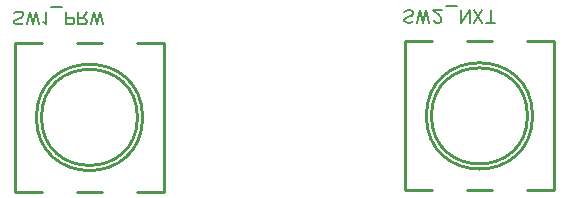
<source format=gbo>
G04 Layer: BottomSilkscreenLayer*
G04 EasyEDA v6.5.22, 2022-12-04 20:31:14*
G04 182cb613c9664d73b7f9de34f776aa3b,1ae14fa7f5aa486887b2aa5280da83c0,10*
G04 Gerber Generator version 0.2*
G04 Scale: 100 percent, Rotated: No, Reflected: No *
G04 Dimensions in millimeters *
G04 leading zeros omitted , absolute positions ,4 integer and 5 decimal *
%FSLAX45Y45*%
%MOMM*%

%ADD10C,0.1524*%
%ADD11C,0.2540*%

%LPD*%
D10*
X6295735Y8548946D02*
G01*
X6285344Y8538555D01*
X6269758Y8533361D01*
X6248976Y8533361D01*
X6233391Y8538555D01*
X6223000Y8548946D01*
X6223000Y8559337D01*
X6228194Y8569728D01*
X6233391Y8574925D01*
X6243782Y8580120D01*
X6274955Y8590511D01*
X6285344Y8595705D01*
X6290541Y8600902D01*
X6295735Y8611293D01*
X6295735Y8626878D01*
X6285344Y8637270D01*
X6269758Y8642464D01*
X6248976Y8642464D01*
X6233391Y8637270D01*
X6223000Y8626878D01*
X6330025Y8533361D02*
G01*
X6356004Y8642464D01*
X6381981Y8533361D02*
G01*
X6356004Y8642464D01*
X6381981Y8533361D02*
G01*
X6407957Y8642464D01*
X6433934Y8533361D02*
G01*
X6407957Y8642464D01*
X6468224Y8554143D02*
G01*
X6478615Y8548946D01*
X6494203Y8533361D01*
X6494203Y8642464D01*
X6528493Y8678834D02*
G01*
X6622011Y8678834D01*
X6656301Y8533361D02*
G01*
X6656301Y8642464D01*
X6656301Y8533361D02*
G01*
X6703059Y8533361D01*
X6718645Y8538555D01*
X6723842Y8543752D01*
X6729036Y8554143D01*
X6729036Y8569728D01*
X6723842Y8580120D01*
X6718645Y8585314D01*
X6703059Y8590511D01*
X6656301Y8590511D01*
X6763326Y8533361D02*
G01*
X6763326Y8642464D01*
X6763326Y8533361D02*
G01*
X6810085Y8533361D01*
X6825673Y8538555D01*
X6830867Y8543752D01*
X6836064Y8554143D01*
X6836064Y8564534D01*
X6830867Y8574925D01*
X6825673Y8580120D01*
X6810085Y8585314D01*
X6763326Y8585314D01*
X6799694Y8585314D02*
G01*
X6836064Y8642464D01*
X6870354Y8533361D02*
G01*
X6896331Y8642464D01*
X6922307Y8533361D02*
G01*
X6896331Y8642464D01*
X6922307Y8533361D02*
G01*
X6948284Y8642464D01*
X6974263Y8533361D02*
G01*
X6948284Y8642464D01*
X9597735Y8561646D02*
G01*
X9587344Y8551255D01*
X9571758Y8546061D01*
X9550976Y8546061D01*
X9535391Y8551255D01*
X9525000Y8561646D01*
X9525000Y8572037D01*
X9530194Y8582428D01*
X9535391Y8587625D01*
X9545782Y8592820D01*
X9576955Y8603211D01*
X9587344Y8608405D01*
X9592541Y8613602D01*
X9597735Y8623993D01*
X9597735Y8639578D01*
X9587344Y8649970D01*
X9571758Y8655164D01*
X9550976Y8655164D01*
X9535391Y8649970D01*
X9525000Y8639578D01*
X9632025Y8546061D02*
G01*
X9658004Y8655164D01*
X9683981Y8546061D02*
G01*
X9658004Y8655164D01*
X9683981Y8546061D02*
G01*
X9709957Y8655164D01*
X9735934Y8546061D02*
G01*
X9709957Y8655164D01*
X9775421Y8572037D02*
G01*
X9775421Y8566843D01*
X9780615Y8556452D01*
X9785812Y8551255D01*
X9796203Y8546061D01*
X9816985Y8546061D01*
X9827374Y8551255D01*
X9832571Y8556452D01*
X9837765Y8566843D01*
X9837765Y8577234D01*
X9832571Y8587625D01*
X9822179Y8603211D01*
X9770224Y8655164D01*
X9842962Y8655164D01*
X9877252Y8691534D02*
G01*
X9970770Y8691534D01*
X10005059Y8546061D02*
G01*
X10005059Y8655164D01*
X10005059Y8546061D02*
G01*
X10077795Y8655164D01*
X10077795Y8546061D02*
G01*
X10077795Y8655164D01*
X10112085Y8546061D02*
G01*
X10184823Y8655164D01*
X10184823Y8546061D02*
G01*
X10112085Y8655164D01*
X10255481Y8546061D02*
G01*
X10255481Y8655164D01*
X10219113Y8546061D02*
G01*
X10291848Y8546061D01*
D11*
X7488097Y7116998D02*
G01*
X7488100Y8376996D01*
X6228105Y7116998D02*
G01*
X6228102Y8376996D01*
X7488097Y7116998D02*
G01*
X7260130Y7116998D01*
X6964072Y7116998D02*
G01*
X6752130Y7116998D01*
X6456072Y7116998D02*
G01*
X6228105Y7116998D01*
X7488100Y8376996D02*
G01*
X7260130Y8376996D01*
X6964072Y8376996D02*
G01*
X6752130Y8376996D01*
X6456072Y8376996D02*
G01*
X6228102Y8376996D01*
X10790097Y7129698D02*
G01*
X10790100Y8389696D01*
X9530105Y7129698D02*
G01*
X9530102Y8389696D01*
X10790097Y7129698D02*
G01*
X10562130Y7129698D01*
X10266072Y7129698D02*
G01*
X10054130Y7129698D01*
X9758072Y7129698D02*
G01*
X9530105Y7129698D01*
X10790100Y8389696D02*
G01*
X10562130Y8389696D01*
X10266072Y8389696D02*
G01*
X10054130Y8389696D01*
X9758072Y8389696D02*
G01*
X9530102Y8389696D01*
G75*
G01
X7308063Y7746797D02*
G03X7308063Y7746797I-449809J0D01*
G75*
G01
X7264502Y7747000D02*
G03X7264502Y7747000I-406400J0D01*
G75*
G01
X10610063Y7759497D02*
G03X10610063Y7759497I-449809J0D01*
G75*
G01
X10566502Y7759700D02*
G03X10566502Y7759700I-406400J0D01*
M02*

</source>
